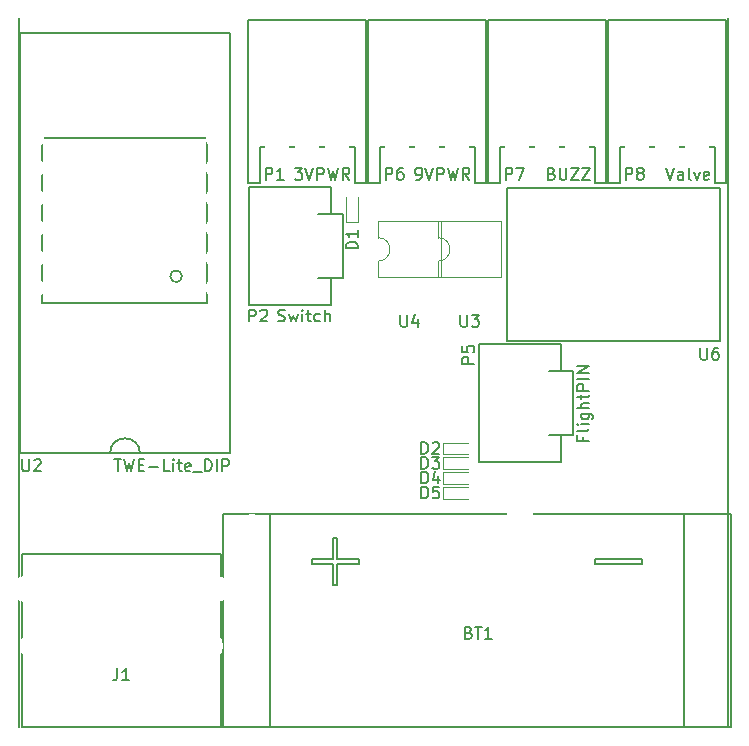
<source format=gto>
G04 #@! TF.FileFunction,Legend,Top*
%FSLAX46Y46*%
G04 Gerber Fmt 4.6, Leading zero omitted, Abs format (unit mm)*
G04 Created by KiCad (PCBNEW 4.0.6) date 03/12/17 16:17:21*
%MOMM*%
%LPD*%
G01*
G04 APERTURE LIST*
%ADD10C,0.100000*%
%ADD11C,0.200000*%
%ADD12C,0.150000*%
%ADD13C,0.120000*%
%ADD14C,3.200000*%
%ADD15C,2.600000*%
%ADD16C,3.500000*%
%ADD17C,1.800000*%
%ADD18R,0.800000X0.800000*%
%ADD19C,2.400000*%
%ADD20C,2.200000*%
%ADD21C,1.500000*%
%ADD22C,2.000000*%
%ADD23R,1.700000X1.700000*%
%ADD24O,1.700000X1.700000*%
%ADD25C,1.600000*%
%ADD26R,1.600000X2.400000*%
%ADD27O,1.600000X2.400000*%
%ADD28C,2.500000*%
G04 APERTURE END LIST*
D10*
D11*
X130000000Y-50000000D02*
X130000000Y-110000000D01*
X70000000Y-50000000D02*
X70000000Y-110000000D01*
D12*
X118763000Y-95790500D02*
X122763000Y-95790500D01*
X118763000Y-96190500D02*
X118763000Y-95790500D01*
X122763000Y-96190500D02*
X118763000Y-96190500D01*
X122763000Y-95790500D02*
X122763000Y-96190500D01*
X96563000Y-93990500D02*
X96563000Y-95790500D01*
X96963000Y-93990500D02*
X96563000Y-93990500D01*
X96963000Y-95790500D02*
X96963000Y-93990500D01*
X98763000Y-95790500D02*
X96963000Y-95790500D01*
X98763000Y-96190500D02*
X98763000Y-95790500D01*
X96963000Y-96190500D02*
X98763000Y-96190500D01*
X96963000Y-97990500D02*
X96963000Y-96190500D01*
X96563000Y-97990500D02*
X96963000Y-97990500D01*
X96563000Y-96190500D02*
X96563000Y-97990500D01*
X94763000Y-96190500D02*
X96563000Y-96190500D01*
X94763000Y-95790500D02*
X94763000Y-96190500D01*
X96563000Y-95790500D02*
X94763000Y-95790500D01*
X126263000Y-91990500D02*
X126263000Y-109990500D01*
X130263000Y-109990500D02*
X87263000Y-109990500D01*
X130263000Y-91990500D02*
X130263000Y-109990500D01*
X91263000Y-91990500D02*
X91263000Y-109990500D01*
X130263000Y-91990500D02*
X87263000Y-91990500D01*
X87263000Y-91990500D02*
X87263000Y-109990500D01*
D13*
X97722000Y-67238500D02*
X98722000Y-67238500D01*
X98722000Y-67238500D02*
X98722000Y-65138500D01*
X97722000Y-67238500D02*
X97722000Y-65138500D01*
X105926783Y-85912350D02*
X105926783Y-86912350D01*
X105926783Y-86912350D02*
X108026783Y-86912350D01*
X105926783Y-85912350D02*
X108026783Y-85912350D01*
X105926783Y-87169586D02*
X105926783Y-88169586D01*
X105926783Y-88169586D02*
X108026783Y-88169586D01*
X105926783Y-87169586D02*
X108026783Y-87169586D01*
X105926783Y-88426822D02*
X105926783Y-89426822D01*
X105926783Y-89426822D02*
X108026783Y-89426822D01*
X105926783Y-88426822D02*
X108026783Y-88426822D01*
X105926783Y-89684058D02*
X105926783Y-90684058D01*
X105926783Y-90684058D02*
X108026783Y-90684058D01*
X105926783Y-89684058D02*
X108026783Y-89684058D01*
D12*
X70262000Y-95363500D02*
X70262000Y-109963500D01*
X87062000Y-95363500D02*
X70262000Y-95363500D01*
X87062000Y-109963500D02*
X87062000Y-95363500D01*
X70262000Y-109963500D02*
X87062000Y-109963500D01*
X90412000Y-60922000D02*
X94362000Y-60922000D01*
X89912000Y-63922000D02*
X90412000Y-63922000D01*
X90412000Y-63922000D02*
X90412000Y-60922000D01*
X98412000Y-60922000D02*
X94362000Y-60922000D01*
X98912000Y-63922000D02*
X98412000Y-63922000D01*
X98412000Y-63922000D02*
X98412000Y-60922000D01*
X94412000Y-50122000D02*
X99412000Y-50122000D01*
X99412000Y-50122000D02*
X99412000Y-63922000D01*
X99412000Y-63922000D02*
X98912000Y-63922000D01*
X89412000Y-63922000D02*
X89912000Y-63922000D01*
X89412000Y-60922000D02*
X89412000Y-63922000D01*
X94412000Y-50122000D02*
X89412000Y-50122000D01*
X89412000Y-50122000D02*
X89412000Y-60922000D01*
X95334000Y-74304000D02*
X96384000Y-74304000D01*
X96384000Y-74304000D02*
X96384000Y-72004000D01*
X96384000Y-64304000D02*
X96384000Y-66604000D01*
X95334000Y-64304000D02*
X96384000Y-64304000D01*
X95334000Y-66604000D02*
X97434000Y-66604000D01*
X97434000Y-66604000D02*
X97434000Y-72004000D01*
X97434000Y-72004000D02*
X95334000Y-72004000D01*
X89434000Y-74304000D02*
X95334000Y-74304000D01*
X95334000Y-64304000D02*
X89434000Y-64304000D01*
X89434000Y-64304000D02*
X89434000Y-74304000D01*
X114828500Y-87575500D02*
X115878500Y-87575500D01*
X115878500Y-87575500D02*
X115878500Y-85275500D01*
X115878500Y-77575500D02*
X115878500Y-79875500D01*
X114828500Y-77575500D02*
X115878500Y-77575500D01*
X114828500Y-79875500D02*
X116928500Y-79875500D01*
X116928500Y-79875500D02*
X116928500Y-85275500D01*
X116928500Y-85275500D02*
X114828500Y-85275500D01*
X108928500Y-87575500D02*
X114828500Y-87575500D01*
X114828500Y-77575500D02*
X108928500Y-77575500D01*
X108928500Y-77575500D02*
X108928500Y-87575500D01*
X100572000Y-60922000D02*
X104522000Y-60922000D01*
X100072000Y-63922000D02*
X100572000Y-63922000D01*
X100572000Y-63922000D02*
X100572000Y-60922000D01*
X108572000Y-60922000D02*
X104522000Y-60922000D01*
X109072000Y-63922000D02*
X108572000Y-63922000D01*
X108572000Y-63922000D02*
X108572000Y-60922000D01*
X104572000Y-50122000D02*
X109572000Y-50122000D01*
X109572000Y-50122000D02*
X109572000Y-63922000D01*
X109572000Y-63922000D02*
X109072000Y-63922000D01*
X99572000Y-63922000D02*
X100072000Y-63922000D01*
X99572000Y-60922000D02*
X99572000Y-63922000D01*
X104572000Y-50122000D02*
X99572000Y-50122000D01*
X99572000Y-50122000D02*
X99572000Y-60922000D01*
X110732000Y-60922000D02*
X114682000Y-60922000D01*
X110232000Y-63922000D02*
X110732000Y-63922000D01*
X110732000Y-63922000D02*
X110732000Y-60922000D01*
X118732000Y-60922000D02*
X114682000Y-60922000D01*
X119232000Y-63922000D02*
X118732000Y-63922000D01*
X118732000Y-63922000D02*
X118732000Y-60922000D01*
X114732000Y-50122000D02*
X119732000Y-50122000D01*
X119732000Y-50122000D02*
X119732000Y-63922000D01*
X119732000Y-63922000D02*
X119232000Y-63922000D01*
X109732000Y-63922000D02*
X110232000Y-63922000D01*
X109732000Y-60922000D02*
X109732000Y-63922000D01*
X114732000Y-50122000D02*
X109732000Y-50122000D01*
X109732000Y-50122000D02*
X109732000Y-60922000D01*
X120892000Y-60922000D02*
X124842000Y-60922000D01*
X120392000Y-63922000D02*
X120892000Y-63922000D01*
X120892000Y-63922000D02*
X120892000Y-60922000D01*
X128892000Y-60922000D02*
X124842000Y-60922000D01*
X129392000Y-63922000D02*
X128892000Y-63922000D01*
X128892000Y-63922000D02*
X128892000Y-60922000D01*
X124892000Y-50122000D02*
X129892000Y-50122000D01*
X129892000Y-50122000D02*
X129892000Y-63922000D01*
X129892000Y-63922000D02*
X129392000Y-63922000D01*
X119892000Y-63922000D02*
X120392000Y-63922000D01*
X119892000Y-60922000D02*
X119892000Y-63922000D01*
X124892000Y-50122000D02*
X119892000Y-50122000D01*
X119892000Y-50122000D02*
X119892000Y-60922000D01*
X83794800Y-71831300D02*
G75*
G03X83794800Y-71831300I-495300J0D01*
G01*
X71983800Y-74130000D02*
X85953800Y-74130000D01*
X85953800Y-60160000D02*
X71983800Y-60160000D01*
X85953800Y-74130000D02*
X85953800Y-60160000D01*
X71983800Y-60160000D02*
X71983800Y-74130000D01*
X80238800Y-86830000D02*
G75*
G03X77698800Y-86830000I-1270000J0D01*
G01*
X87858800Y-86830000D02*
X70078800Y-86830000D01*
X87858800Y-51270000D02*
X87858800Y-86830000D01*
X70078800Y-51270000D02*
X87858800Y-51270000D01*
X70078800Y-86830000D02*
X70078800Y-51270000D01*
D13*
X105468000Y-68558000D02*
G75*
G02X105468000Y-70558000I0J-1000000D01*
G01*
X105468000Y-70558000D02*
X105468000Y-71928000D01*
X105468000Y-71928000D02*
X110788000Y-71928000D01*
X110788000Y-71928000D02*
X110788000Y-67188000D01*
X110788000Y-67188000D02*
X105468000Y-67188000D01*
X105468000Y-67188000D02*
X105468000Y-68558000D01*
X100388000Y-68558000D02*
G75*
G02X100388000Y-70558000I0J-1000000D01*
G01*
X100388000Y-70558000D02*
X100388000Y-71928000D01*
X100388000Y-71928000D02*
X105708000Y-71928000D01*
X105708000Y-71928000D02*
X105708000Y-67188000D01*
X105708000Y-67188000D02*
X100388000Y-67188000D01*
X100388000Y-67188000D02*
X100388000Y-68558000D01*
D12*
X129320000Y-64328000D02*
X129320000Y-77328000D01*
X111320000Y-64328000D02*
X129320000Y-64328000D01*
X111320000Y-77328000D02*
X111320000Y-64328000D01*
X129320000Y-77328000D02*
X111320000Y-77328000D01*
X108075786Y-101998571D02*
X108218643Y-102046190D01*
X108266262Y-102093810D01*
X108313881Y-102189048D01*
X108313881Y-102331905D01*
X108266262Y-102427143D01*
X108218643Y-102474762D01*
X108123405Y-102522381D01*
X107742452Y-102522381D01*
X107742452Y-101522381D01*
X108075786Y-101522381D01*
X108171024Y-101570000D01*
X108218643Y-101617619D01*
X108266262Y-101712857D01*
X108266262Y-101808095D01*
X108218643Y-101903333D01*
X108171024Y-101950952D01*
X108075786Y-101998571D01*
X107742452Y-101998571D01*
X108599595Y-101522381D02*
X109171024Y-101522381D01*
X108885309Y-102522381D02*
X108885309Y-101522381D01*
X110028167Y-102522381D02*
X109456738Y-102522381D01*
X109742452Y-102522381D02*
X109742452Y-101522381D01*
X109647214Y-101665238D01*
X109551976Y-101760476D01*
X109456738Y-101808095D01*
X98674381Y-69470595D02*
X97674381Y-69470595D01*
X97674381Y-69232500D01*
X97722000Y-69089642D01*
X97817238Y-68994404D01*
X97912476Y-68946785D01*
X98102952Y-68899166D01*
X98245810Y-68899166D01*
X98436286Y-68946785D01*
X98531524Y-68994404D01*
X98626762Y-69089642D01*
X98674381Y-69232500D01*
X98674381Y-69470595D01*
X98674381Y-67946785D02*
X98674381Y-68518214D01*
X98674381Y-68232500D02*
X97674381Y-68232500D01*
X97817238Y-68327738D01*
X97912476Y-68422976D01*
X97960095Y-68518214D01*
X104064019Y-86864731D02*
X104064019Y-85864731D01*
X104302114Y-85864731D01*
X104444972Y-85912350D01*
X104540210Y-86007588D01*
X104587829Y-86102826D01*
X104635448Y-86293302D01*
X104635448Y-86436160D01*
X104587829Y-86626636D01*
X104540210Y-86721874D01*
X104444972Y-86817112D01*
X104302114Y-86864731D01*
X104064019Y-86864731D01*
X105016400Y-85959969D02*
X105064019Y-85912350D01*
X105159257Y-85864731D01*
X105397353Y-85864731D01*
X105492591Y-85912350D01*
X105540210Y-85959969D01*
X105587829Y-86055207D01*
X105587829Y-86150445D01*
X105540210Y-86293302D01*
X104968781Y-86864731D01*
X105587829Y-86864731D01*
X104064019Y-88121967D02*
X104064019Y-87121967D01*
X104302114Y-87121967D01*
X104444972Y-87169586D01*
X104540210Y-87264824D01*
X104587829Y-87360062D01*
X104635448Y-87550538D01*
X104635448Y-87693396D01*
X104587829Y-87883872D01*
X104540210Y-87979110D01*
X104444972Y-88074348D01*
X104302114Y-88121967D01*
X104064019Y-88121967D01*
X104968781Y-87121967D02*
X105587829Y-87121967D01*
X105254495Y-87502919D01*
X105397353Y-87502919D01*
X105492591Y-87550538D01*
X105540210Y-87598157D01*
X105587829Y-87693396D01*
X105587829Y-87931491D01*
X105540210Y-88026729D01*
X105492591Y-88074348D01*
X105397353Y-88121967D01*
X105111638Y-88121967D01*
X105016400Y-88074348D01*
X104968781Y-88026729D01*
X104064019Y-89379203D02*
X104064019Y-88379203D01*
X104302114Y-88379203D01*
X104444972Y-88426822D01*
X104540210Y-88522060D01*
X104587829Y-88617298D01*
X104635448Y-88807774D01*
X104635448Y-88950632D01*
X104587829Y-89141108D01*
X104540210Y-89236346D01*
X104444972Y-89331584D01*
X104302114Y-89379203D01*
X104064019Y-89379203D01*
X105492591Y-88712536D02*
X105492591Y-89379203D01*
X105254495Y-88331584D02*
X105016400Y-89045870D01*
X105635448Y-89045870D01*
X104064019Y-90636439D02*
X104064019Y-89636439D01*
X104302114Y-89636439D01*
X104444972Y-89684058D01*
X104540210Y-89779296D01*
X104587829Y-89874534D01*
X104635448Y-90065010D01*
X104635448Y-90207868D01*
X104587829Y-90398344D01*
X104540210Y-90493582D01*
X104444972Y-90588820D01*
X104302114Y-90636439D01*
X104064019Y-90636439D01*
X105540210Y-89636439D02*
X105064019Y-89636439D01*
X105016400Y-90112629D01*
X105064019Y-90065010D01*
X105159257Y-90017391D01*
X105397353Y-90017391D01*
X105492591Y-90065010D01*
X105540210Y-90112629D01*
X105587829Y-90207868D01*
X105587829Y-90445963D01*
X105540210Y-90541201D01*
X105492591Y-90588820D01*
X105397353Y-90636439D01*
X105159257Y-90636439D01*
X105064019Y-90588820D01*
X105016400Y-90541201D01*
X78328667Y-105028881D02*
X78328667Y-105743167D01*
X78281047Y-105886024D01*
X78185809Y-105981262D01*
X78042952Y-106028881D01*
X77947714Y-106028881D01*
X79328667Y-106028881D02*
X78757238Y-106028881D01*
X79042952Y-106028881D02*
X79042952Y-105028881D01*
X78947714Y-105171738D01*
X78852476Y-105266976D01*
X78757238Y-105314595D01*
X90879905Y-63660381D02*
X90879905Y-62660381D01*
X91260858Y-62660381D01*
X91356096Y-62708000D01*
X91403715Y-62755619D01*
X91451334Y-62850857D01*
X91451334Y-62993714D01*
X91403715Y-63088952D01*
X91356096Y-63136571D01*
X91260858Y-63184190D01*
X90879905Y-63184190D01*
X92403715Y-63660381D02*
X91832286Y-63660381D01*
X92118000Y-63660381D02*
X92118000Y-62660381D01*
X92022762Y-62803238D01*
X91927524Y-62898476D01*
X91832286Y-62946095D01*
X93348667Y-62660381D02*
X93967715Y-62660381D01*
X93634381Y-63041333D01*
X93777239Y-63041333D01*
X93872477Y-63088952D01*
X93920096Y-63136571D01*
X93967715Y-63231810D01*
X93967715Y-63469905D01*
X93920096Y-63565143D01*
X93872477Y-63612762D01*
X93777239Y-63660381D01*
X93491524Y-63660381D01*
X93396286Y-63612762D01*
X93348667Y-63565143D01*
X94253429Y-62660381D02*
X94586762Y-63660381D01*
X94920096Y-62660381D01*
X95253429Y-63660381D02*
X95253429Y-62660381D01*
X95634382Y-62660381D01*
X95729620Y-62708000D01*
X95777239Y-62755619D01*
X95824858Y-62850857D01*
X95824858Y-62993714D01*
X95777239Y-63088952D01*
X95729620Y-63136571D01*
X95634382Y-63184190D01*
X95253429Y-63184190D01*
X96158191Y-62660381D02*
X96396286Y-63660381D01*
X96586763Y-62946095D01*
X96777239Y-63660381D01*
X97015334Y-62660381D01*
X97967715Y-63660381D02*
X97634381Y-63184190D01*
X97396286Y-63660381D02*
X97396286Y-62660381D01*
X97777239Y-62660381D01*
X97872477Y-62708000D01*
X97920096Y-62755619D01*
X97967715Y-62850857D01*
X97967715Y-62993714D01*
X97920096Y-63088952D01*
X97872477Y-63136571D01*
X97777239Y-63184190D01*
X97396286Y-63184190D01*
X89482905Y-75661881D02*
X89482905Y-74661881D01*
X89863858Y-74661881D01*
X89959096Y-74709500D01*
X90006715Y-74757119D01*
X90054334Y-74852357D01*
X90054334Y-74995214D01*
X90006715Y-75090452D01*
X89959096Y-75138071D01*
X89863858Y-75185690D01*
X89482905Y-75185690D01*
X90435286Y-74757119D02*
X90482905Y-74709500D01*
X90578143Y-74661881D01*
X90816239Y-74661881D01*
X90911477Y-74709500D01*
X90959096Y-74757119D01*
X91006715Y-74852357D01*
X91006715Y-74947595D01*
X90959096Y-75090452D01*
X90387667Y-75661881D01*
X91006715Y-75661881D01*
X91943714Y-75614262D02*
X92086571Y-75661881D01*
X92324667Y-75661881D01*
X92419905Y-75614262D01*
X92467524Y-75566643D01*
X92515143Y-75471405D01*
X92515143Y-75376167D01*
X92467524Y-75280929D01*
X92419905Y-75233310D01*
X92324667Y-75185690D01*
X92134190Y-75138071D01*
X92038952Y-75090452D01*
X91991333Y-75042833D01*
X91943714Y-74947595D01*
X91943714Y-74852357D01*
X91991333Y-74757119D01*
X92038952Y-74709500D01*
X92134190Y-74661881D01*
X92372286Y-74661881D01*
X92515143Y-74709500D01*
X92848476Y-74995214D02*
X93038952Y-75661881D01*
X93229429Y-75185690D01*
X93419905Y-75661881D01*
X93610381Y-74995214D01*
X93991333Y-75661881D02*
X93991333Y-74995214D01*
X93991333Y-74661881D02*
X93943714Y-74709500D01*
X93991333Y-74757119D01*
X94038952Y-74709500D01*
X93991333Y-74661881D01*
X93991333Y-74757119D01*
X94324666Y-74995214D02*
X94705618Y-74995214D01*
X94467523Y-74661881D02*
X94467523Y-75519024D01*
X94515142Y-75614262D01*
X94610380Y-75661881D01*
X94705618Y-75661881D01*
X95467524Y-75614262D02*
X95372286Y-75661881D01*
X95181809Y-75661881D01*
X95086571Y-75614262D01*
X95038952Y-75566643D01*
X94991333Y-75471405D01*
X94991333Y-75185690D01*
X95038952Y-75090452D01*
X95086571Y-75042833D01*
X95181809Y-74995214D01*
X95372286Y-74995214D01*
X95467524Y-75042833D01*
X95896095Y-75661881D02*
X95896095Y-74661881D01*
X96324667Y-75661881D02*
X96324667Y-75138071D01*
X96277048Y-75042833D01*
X96181810Y-74995214D01*
X96038952Y-74995214D01*
X95943714Y-75042833D01*
X95896095Y-75090452D01*
X108529381Y-79224095D02*
X107529381Y-79224095D01*
X107529381Y-78843142D01*
X107577000Y-78747904D01*
X107624619Y-78700285D01*
X107719857Y-78652666D01*
X107862714Y-78652666D01*
X107957952Y-78700285D01*
X108005571Y-78747904D01*
X108053190Y-78843142D01*
X108053190Y-79224095D01*
X107529381Y-77747904D02*
X107529381Y-78224095D01*
X108005571Y-78271714D01*
X107957952Y-78224095D01*
X107910333Y-78128857D01*
X107910333Y-77890761D01*
X107957952Y-77795523D01*
X108005571Y-77747904D01*
X108100810Y-77700285D01*
X108338905Y-77700285D01*
X108434143Y-77747904D01*
X108481762Y-77795523D01*
X108529381Y-77890761D01*
X108529381Y-78128857D01*
X108481762Y-78224095D01*
X108434143Y-78271714D01*
X117721071Y-85423023D02*
X117721071Y-85756357D01*
X118244881Y-85756357D02*
X117244881Y-85756357D01*
X117244881Y-85280166D01*
X118244881Y-84756357D02*
X118197262Y-84851595D01*
X118102024Y-84899214D01*
X117244881Y-84899214D01*
X118244881Y-84375404D02*
X117578214Y-84375404D01*
X117244881Y-84375404D02*
X117292500Y-84423023D01*
X117340119Y-84375404D01*
X117292500Y-84327785D01*
X117244881Y-84375404D01*
X117340119Y-84375404D01*
X117578214Y-83470642D02*
X118387738Y-83470642D01*
X118482976Y-83518261D01*
X118530595Y-83565880D01*
X118578214Y-83661119D01*
X118578214Y-83803976D01*
X118530595Y-83899214D01*
X118197262Y-83470642D02*
X118244881Y-83565880D01*
X118244881Y-83756357D01*
X118197262Y-83851595D01*
X118149643Y-83899214D01*
X118054405Y-83946833D01*
X117768690Y-83946833D01*
X117673452Y-83899214D01*
X117625833Y-83851595D01*
X117578214Y-83756357D01*
X117578214Y-83565880D01*
X117625833Y-83470642D01*
X118244881Y-82994452D02*
X117244881Y-82994452D01*
X118244881Y-82565880D02*
X117721071Y-82565880D01*
X117625833Y-82613499D01*
X117578214Y-82708737D01*
X117578214Y-82851595D01*
X117625833Y-82946833D01*
X117673452Y-82994452D01*
X117578214Y-82232547D02*
X117578214Y-81851595D01*
X117244881Y-82089690D02*
X118102024Y-82089690D01*
X118197262Y-82042071D01*
X118244881Y-81946833D01*
X118244881Y-81851595D01*
X118244881Y-81518261D02*
X117244881Y-81518261D01*
X117244881Y-81137308D01*
X117292500Y-81042070D01*
X117340119Y-80994451D01*
X117435357Y-80946832D01*
X117578214Y-80946832D01*
X117673452Y-80994451D01*
X117721071Y-81042070D01*
X117768690Y-81137308D01*
X117768690Y-81518261D01*
X118244881Y-80518261D02*
X117244881Y-80518261D01*
X118244881Y-80042071D02*
X117244881Y-80042071D01*
X118244881Y-79470642D01*
X117244881Y-79470642D01*
X101039905Y-63660381D02*
X101039905Y-62660381D01*
X101420858Y-62660381D01*
X101516096Y-62708000D01*
X101563715Y-62755619D01*
X101611334Y-62850857D01*
X101611334Y-62993714D01*
X101563715Y-63088952D01*
X101516096Y-63136571D01*
X101420858Y-63184190D01*
X101039905Y-63184190D01*
X102468477Y-62660381D02*
X102278000Y-62660381D01*
X102182762Y-62708000D01*
X102135143Y-62755619D01*
X102039905Y-62898476D01*
X101992286Y-63088952D01*
X101992286Y-63469905D01*
X102039905Y-63565143D01*
X102087524Y-63612762D01*
X102182762Y-63660381D01*
X102373239Y-63660381D01*
X102468477Y-63612762D01*
X102516096Y-63565143D01*
X102563715Y-63469905D01*
X102563715Y-63231810D01*
X102516096Y-63136571D01*
X102468477Y-63088952D01*
X102373239Y-63041333D01*
X102182762Y-63041333D01*
X102087524Y-63088952D01*
X102039905Y-63136571D01*
X101992286Y-63231810D01*
X103651524Y-63660381D02*
X103842000Y-63660381D01*
X103937239Y-63612762D01*
X103984858Y-63565143D01*
X104080096Y-63422286D01*
X104127715Y-63231810D01*
X104127715Y-62850857D01*
X104080096Y-62755619D01*
X104032477Y-62708000D01*
X103937239Y-62660381D01*
X103746762Y-62660381D01*
X103651524Y-62708000D01*
X103603905Y-62755619D01*
X103556286Y-62850857D01*
X103556286Y-63088952D01*
X103603905Y-63184190D01*
X103651524Y-63231810D01*
X103746762Y-63279429D01*
X103937239Y-63279429D01*
X104032477Y-63231810D01*
X104080096Y-63184190D01*
X104127715Y-63088952D01*
X104413429Y-62660381D02*
X104746762Y-63660381D01*
X105080096Y-62660381D01*
X105413429Y-63660381D02*
X105413429Y-62660381D01*
X105794382Y-62660381D01*
X105889620Y-62708000D01*
X105937239Y-62755619D01*
X105984858Y-62850857D01*
X105984858Y-62993714D01*
X105937239Y-63088952D01*
X105889620Y-63136571D01*
X105794382Y-63184190D01*
X105413429Y-63184190D01*
X106318191Y-62660381D02*
X106556286Y-63660381D01*
X106746763Y-62946095D01*
X106937239Y-63660381D01*
X107175334Y-62660381D01*
X108127715Y-63660381D02*
X107794381Y-63184190D01*
X107556286Y-63660381D02*
X107556286Y-62660381D01*
X107937239Y-62660381D01*
X108032477Y-62708000D01*
X108080096Y-62755619D01*
X108127715Y-62850857D01*
X108127715Y-62993714D01*
X108080096Y-63088952D01*
X108032477Y-63136571D01*
X107937239Y-63184190D01*
X107556286Y-63184190D01*
X111199905Y-63660381D02*
X111199905Y-62660381D01*
X111580858Y-62660381D01*
X111676096Y-62708000D01*
X111723715Y-62755619D01*
X111771334Y-62850857D01*
X111771334Y-62993714D01*
X111723715Y-63088952D01*
X111676096Y-63136571D01*
X111580858Y-63184190D01*
X111199905Y-63184190D01*
X112104667Y-62660381D02*
X112771334Y-62660381D01*
X112342762Y-63660381D01*
X115105239Y-63136571D02*
X115248096Y-63184190D01*
X115295715Y-63231810D01*
X115343334Y-63327048D01*
X115343334Y-63469905D01*
X115295715Y-63565143D01*
X115248096Y-63612762D01*
X115152858Y-63660381D01*
X114771905Y-63660381D01*
X114771905Y-62660381D01*
X115105239Y-62660381D01*
X115200477Y-62708000D01*
X115248096Y-62755619D01*
X115295715Y-62850857D01*
X115295715Y-62946095D01*
X115248096Y-63041333D01*
X115200477Y-63088952D01*
X115105239Y-63136571D01*
X114771905Y-63136571D01*
X115771905Y-62660381D02*
X115771905Y-63469905D01*
X115819524Y-63565143D01*
X115867143Y-63612762D01*
X115962381Y-63660381D01*
X116152858Y-63660381D01*
X116248096Y-63612762D01*
X116295715Y-63565143D01*
X116343334Y-63469905D01*
X116343334Y-62660381D01*
X116724286Y-62660381D02*
X117390953Y-62660381D01*
X116724286Y-63660381D01*
X117390953Y-63660381D01*
X117676667Y-62660381D02*
X118343334Y-62660381D01*
X117676667Y-63660381D01*
X118343334Y-63660381D01*
X121359905Y-63660381D02*
X121359905Y-62660381D01*
X121740858Y-62660381D01*
X121836096Y-62708000D01*
X121883715Y-62755619D01*
X121931334Y-62850857D01*
X121931334Y-62993714D01*
X121883715Y-63088952D01*
X121836096Y-63136571D01*
X121740858Y-63184190D01*
X121359905Y-63184190D01*
X122502762Y-63088952D02*
X122407524Y-63041333D01*
X122359905Y-62993714D01*
X122312286Y-62898476D01*
X122312286Y-62850857D01*
X122359905Y-62755619D01*
X122407524Y-62708000D01*
X122502762Y-62660381D01*
X122693239Y-62660381D01*
X122788477Y-62708000D01*
X122836096Y-62755619D01*
X122883715Y-62850857D01*
X122883715Y-62898476D01*
X122836096Y-62993714D01*
X122788477Y-63041333D01*
X122693239Y-63088952D01*
X122502762Y-63088952D01*
X122407524Y-63136571D01*
X122359905Y-63184190D01*
X122312286Y-63279429D01*
X122312286Y-63469905D01*
X122359905Y-63565143D01*
X122407524Y-63612762D01*
X122502762Y-63660381D01*
X122693239Y-63660381D01*
X122788477Y-63612762D01*
X122836096Y-63565143D01*
X122883715Y-63469905D01*
X122883715Y-63279429D01*
X122836096Y-63184190D01*
X122788477Y-63136571D01*
X122693239Y-63088952D01*
X124812857Y-62660381D02*
X125146190Y-63660381D01*
X125479524Y-62660381D01*
X126241429Y-63660381D02*
X126241429Y-63136571D01*
X126193810Y-63041333D01*
X126098572Y-62993714D01*
X125908095Y-62993714D01*
X125812857Y-63041333D01*
X126241429Y-63612762D02*
X126146191Y-63660381D01*
X125908095Y-63660381D01*
X125812857Y-63612762D01*
X125765238Y-63517524D01*
X125765238Y-63422286D01*
X125812857Y-63327048D01*
X125908095Y-63279429D01*
X126146191Y-63279429D01*
X126241429Y-63231810D01*
X126860476Y-63660381D02*
X126765238Y-63612762D01*
X126717619Y-63517524D01*
X126717619Y-62660381D01*
X127146191Y-62993714D02*
X127384286Y-63660381D01*
X127622382Y-62993714D01*
X128384287Y-63612762D02*
X128289049Y-63660381D01*
X128098572Y-63660381D01*
X128003334Y-63612762D01*
X127955715Y-63517524D01*
X127955715Y-63136571D01*
X128003334Y-63041333D01*
X128098572Y-62993714D01*
X128289049Y-62993714D01*
X128384287Y-63041333D01*
X128431906Y-63136571D01*
X128431906Y-63231810D01*
X127955715Y-63327048D01*
X70281895Y-87336381D02*
X70281895Y-88145905D01*
X70329514Y-88241143D01*
X70377133Y-88288762D01*
X70472371Y-88336381D01*
X70662848Y-88336381D01*
X70758086Y-88288762D01*
X70805705Y-88241143D01*
X70853324Y-88145905D01*
X70853324Y-87336381D01*
X71281895Y-87431619D02*
X71329514Y-87384000D01*
X71424752Y-87336381D01*
X71662848Y-87336381D01*
X71758086Y-87384000D01*
X71805705Y-87431619D01*
X71853324Y-87526857D01*
X71853324Y-87622095D01*
X71805705Y-87764952D01*
X71234276Y-88336381D01*
X71853324Y-88336381D01*
X78077038Y-87336381D02*
X78648467Y-87336381D01*
X78362752Y-88336381D02*
X78362752Y-87336381D01*
X78886562Y-87336381D02*
X79124657Y-88336381D01*
X79315134Y-87622095D01*
X79505610Y-88336381D01*
X79743705Y-87336381D01*
X80124657Y-87812571D02*
X80457991Y-87812571D01*
X80600848Y-88336381D02*
X80124657Y-88336381D01*
X80124657Y-87336381D01*
X80600848Y-87336381D01*
X81029419Y-87955429D02*
X81791324Y-87955429D01*
X82743705Y-88336381D02*
X82267514Y-88336381D01*
X82267514Y-87336381D01*
X83077038Y-88336381D02*
X83077038Y-87669714D01*
X83077038Y-87336381D02*
X83029419Y-87384000D01*
X83077038Y-87431619D01*
X83124657Y-87384000D01*
X83077038Y-87336381D01*
X83077038Y-87431619D01*
X83410371Y-87669714D02*
X83791323Y-87669714D01*
X83553228Y-87336381D02*
X83553228Y-88193524D01*
X83600847Y-88288762D01*
X83696085Y-88336381D01*
X83791323Y-88336381D01*
X84505610Y-88288762D02*
X84410372Y-88336381D01*
X84219895Y-88336381D01*
X84124657Y-88288762D01*
X84077038Y-88193524D01*
X84077038Y-87812571D01*
X84124657Y-87717333D01*
X84219895Y-87669714D01*
X84410372Y-87669714D01*
X84505610Y-87717333D01*
X84553229Y-87812571D01*
X84553229Y-87907810D01*
X84077038Y-88003048D01*
X84743705Y-88431619D02*
X85505610Y-88431619D01*
X85743705Y-88336381D02*
X85743705Y-87336381D01*
X85981800Y-87336381D01*
X86124658Y-87384000D01*
X86219896Y-87479238D01*
X86267515Y-87574476D01*
X86315134Y-87764952D01*
X86315134Y-87907810D01*
X86267515Y-88098286D01*
X86219896Y-88193524D01*
X86124658Y-88288762D01*
X85981800Y-88336381D01*
X85743705Y-88336381D01*
X86743705Y-88336381D02*
X86743705Y-87336381D01*
X87219895Y-88336381D02*
X87219895Y-87336381D01*
X87600848Y-87336381D01*
X87696086Y-87384000D01*
X87743705Y-87431619D01*
X87791324Y-87526857D01*
X87791324Y-87669714D01*
X87743705Y-87764952D01*
X87696086Y-87812571D01*
X87600848Y-87860190D01*
X87219895Y-87860190D01*
X107366095Y-75106381D02*
X107366095Y-75915905D01*
X107413714Y-76011143D01*
X107461333Y-76058762D01*
X107556571Y-76106381D01*
X107747048Y-76106381D01*
X107842286Y-76058762D01*
X107889905Y-76011143D01*
X107937524Y-75915905D01*
X107937524Y-75106381D01*
X108318476Y-75106381D02*
X108937524Y-75106381D01*
X108604190Y-75487333D01*
X108747048Y-75487333D01*
X108842286Y-75534952D01*
X108889905Y-75582571D01*
X108937524Y-75677810D01*
X108937524Y-75915905D01*
X108889905Y-76011143D01*
X108842286Y-76058762D01*
X108747048Y-76106381D01*
X108461333Y-76106381D01*
X108366095Y-76058762D01*
X108318476Y-76011143D01*
X102286095Y-75106381D02*
X102286095Y-75915905D01*
X102333714Y-76011143D01*
X102381333Y-76058762D01*
X102476571Y-76106381D01*
X102667048Y-76106381D01*
X102762286Y-76058762D01*
X102809905Y-76011143D01*
X102857524Y-75915905D01*
X102857524Y-75106381D01*
X103762286Y-75439714D02*
X103762286Y-76106381D01*
X103524190Y-75058762D02*
X103286095Y-75773048D01*
X103905143Y-75773048D01*
X127686095Y-77900381D02*
X127686095Y-78709905D01*
X127733714Y-78805143D01*
X127781333Y-78852762D01*
X127876571Y-78900381D01*
X128067048Y-78900381D01*
X128162286Y-78852762D01*
X128209905Y-78805143D01*
X128257524Y-78709905D01*
X128257524Y-77900381D01*
X129162286Y-77900381D02*
X128971809Y-77900381D01*
X128876571Y-77948000D01*
X128828952Y-77995619D01*
X128733714Y-78138476D01*
X128686095Y-78328952D01*
X128686095Y-78709905D01*
X128733714Y-78805143D01*
X128781333Y-78852762D01*
X128876571Y-78900381D01*
X129067048Y-78900381D01*
X129162286Y-78852762D01*
X129209905Y-78805143D01*
X129257524Y-78709905D01*
X129257524Y-78471810D01*
X129209905Y-78376571D01*
X129162286Y-78328952D01*
X129067048Y-78281333D01*
X128876571Y-78281333D01*
X128781333Y-78328952D01*
X128733714Y-78376571D01*
X128686095Y-78471810D01*
%LPC*%
D14*
X65000000Y-55000000D03*
X65000000Y-105000000D03*
X135000000Y-105000000D03*
D15*
X89763000Y-100990500D03*
X127763000Y-100990500D03*
D16*
X96663000Y-100990500D03*
X120863000Y-100990500D03*
D17*
X89763000Y-92790500D03*
D18*
X98222000Y-65138500D03*
X98222000Y-66738500D03*
X108026783Y-86412350D03*
X106426783Y-86412350D03*
X108026783Y-87669586D03*
X106426783Y-87669586D03*
X108026783Y-88926822D03*
X106426783Y-88926822D03*
X108026783Y-90184058D03*
X106426783Y-90184058D03*
D19*
X71262000Y-103163500D03*
X86062000Y-103163500D03*
D20*
X70537000Y-98323500D03*
X86787000Y-98323500D03*
D21*
X76112000Y-98323500D03*
X77132000Y-100863500D03*
X75092000Y-100863500D03*
X78152000Y-98323500D03*
X79172000Y-100863500D03*
X80192000Y-98323500D03*
X81212000Y-100863500D03*
X82232000Y-98323500D03*
D22*
X91872000Y-60922000D03*
X94412000Y-60922000D03*
X96952000Y-60922000D03*
X92634000Y-71844000D03*
X92634000Y-69304000D03*
X92634000Y-66764000D03*
X120586500Y-89598500D03*
X120586500Y-87058500D03*
X120586500Y-84518500D03*
X120586500Y-81978500D03*
X120586500Y-79438500D03*
D23*
X122745500Y-72072500D03*
D24*
X120205500Y-72072500D03*
X117665500Y-72072500D03*
X115125500Y-72072500D03*
D22*
X112128500Y-85115500D03*
X112128500Y-82575500D03*
X112128500Y-80035500D03*
X102032000Y-60922000D03*
X104572000Y-60922000D03*
X107112000Y-60922000D03*
X112192000Y-60922000D03*
X114732000Y-60922000D03*
X117272000Y-60922000D03*
X122352000Y-60922000D03*
X124892000Y-60922000D03*
X127432000Y-60922000D03*
D25*
X86588800Y-83020000D03*
X86588800Y-80480000D03*
X86588800Y-77940000D03*
X86588800Y-75400000D03*
X86588800Y-72860000D03*
X86588800Y-70320000D03*
X86588800Y-65240000D03*
X86588800Y-67780000D03*
X86588800Y-62700000D03*
X86588800Y-60160000D03*
X86588800Y-57620000D03*
X86588800Y-55080000D03*
X86588800Y-85560000D03*
X86588800Y-52540000D03*
X71348800Y-60160000D03*
X71348800Y-57620000D03*
X71348800Y-55080000D03*
X71348800Y-62700000D03*
X71348800Y-52540000D03*
X71348800Y-65240000D03*
X71348800Y-67780000D03*
X71348800Y-85560000D03*
X71348800Y-80480000D03*
X71348800Y-75400000D03*
X71348800Y-83020000D03*
X71348800Y-70320000D03*
X71348800Y-72860000D03*
X71348800Y-77940000D03*
D26*
X106858000Y-73368000D03*
D27*
X109398000Y-65748000D03*
X109398000Y-73368000D03*
X106858000Y-65748000D03*
D26*
X101778000Y-73368000D03*
D27*
X104318000Y-65748000D03*
X104318000Y-73368000D03*
X101778000Y-65748000D03*
D22*
X127940000Y-75908000D03*
X127940000Y-65748000D03*
X125400000Y-65748000D03*
X112700000Y-65748000D03*
X112700000Y-75908000D03*
D28*
X112446000Y-91338500D03*
D14*
X135000000Y-55000000D03*
M02*

</source>
